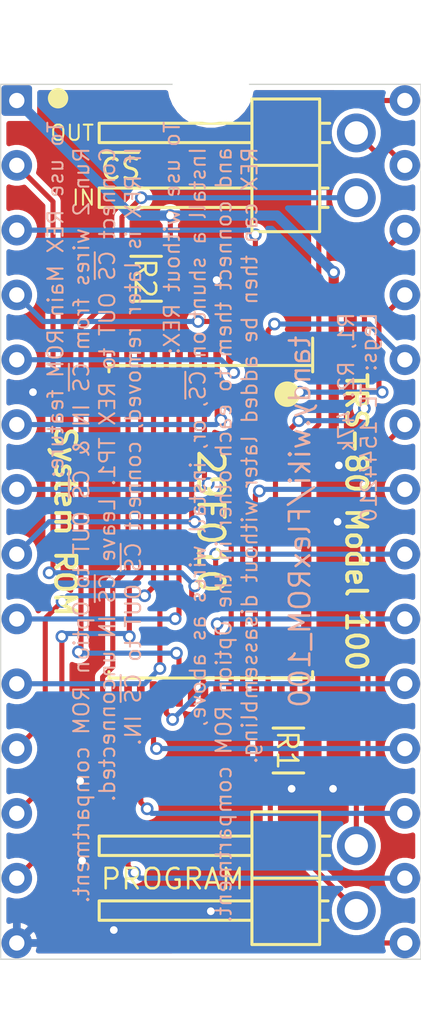
<source format=kicad_pcb>
(kicad_pcb (version 20211014) (generator pcbnew)
  (title_block (title "FlashROM_100") (date "2021-10-17") (rev "004") (company "Brian K. White - b.kenyon.w@gmail.com") (comment 1 "System ROM for TRS-80 Model 100 with support for REX main rom feature"))
  (layers (0 "F.Cu" signal) (31 "B.Cu" signal) (34 "B.Paste" user) (35 "F.Paste" user) (36 "B.SilkS" user "B.Silkscreen") (37 "F.SilkS" user "F.Silkscreen") (38 "B.Mask" user) (39 "F.Mask" user) (44 "Edge.Cuts" user))
  (net 0 "")
  (net 1 "/D3")
  (net 2 "/A10")
  (net 3 "/D4")
  (net 4 "/A7")
  (net 5 "/D5")
  (net 6 "/A6")
  (net 7 "/D6")
  (net 8 "/A5")
  (net 9 "/D7")
  (net 10 "/A4")
  (net 11 "/A11")
  (net 12 "/A3")
  (net 13 "/~{OE}")
  (net 14 "/A2")
  (net 15 "/A13")
  (net 16 "/A1")
  (net 17 "/A0")
  (net 18 "/A12")
  (net 19 "/D0")
  (net 20 "/A9")
  (net 21 "/D1")
  (net 22 "/A8")
  (net 23 "/D2")
  (net 24 "/A14")
  (net 25 "/~{WE}")
  (net 26 "VCC")
  (net 27 "GND")
  (net 28 "/ALE_~{WE}")
  (net 29 "/~{CS_BUS}")
  (net 30 "/~{CS}")
  (footprint "000_LOCAL:R_0805" (layer "F.Cu") (at 147.46 90.475)
    (fp_text reference "R2" (at -0.04 -0.02 -90 unlocked) (layer "F.SilkS") (effects (font (size 0.8 0.8) (thickness 0.1))))
    (fp_text value "47K")
    (fp_line (start 0.6 0.88) (end -0.6 0.88) (layer "F.SilkS") (width 0.12))
    (fp_line (start -0.6 -0.88) (end 0.6 -0.88) (layer "F.SilkS") (width 0.12))
    (pad "1" smd roundrect locked (at -0.95 0) (size 0.7 1.3) (layers "F.Cu" "F.Paste" "F.Mask") (roundrect_rratio 0.1) (net 30 "/~{CS}"))
    (pad "2" smd roundrect locked (at 0.95 0) (size 0.7 1.3) (layers "F.Cu" "F.Paste" "F.Mask") (roundrect_rratio 0.1) (net 26 "VCC"))
  )
  (footprint "000_LOCAL:TSOP32-14mm" (layer "F.Cu") (at 150 100 180)
    (fp_text reference "U1" hide)
    (fp_text value "29F010" (at 0 0 270 unlocked) (layer "F.SilkS"))
    (fp_line (start 4 -6.125) (end 4 -5.875) (layer "F.SilkS") (width 0.12))
    (fp_line (start -4 6.125) (end 4 6.125) (layer "F.SilkS") (width 0.12))
    (fp_line (start 4 6.125) (end 4 5.875) (layer "F.SilkS") (width 0.12))
    (fp_line (start 4 -6.125) (end -4 -6.125) (layer "F.SilkS") (width 0.12))
    (fp_line (start -4 7.2) (end -4 5.875) (layer "F.SilkS") (width 0.12))
    (fp_line (start -4 -6.125) (end -4 -5.875) (layer "F.SilkS") (width 0.12))
    (fp_circle (center -3 5) (end -2.75 5) (layer "F.SilkS") (width 0.5) (fill none))
    (pad "1" smd roundrect locked (at -3.75 6.75 180) (size 0.3 1) (layers "F.Cu" "F.Paste" "F.Mask"))
    (pad "2" smd roundrect locked (at -3.25 6.75 180) (size 0.3 1) (layers "F.Cu" "F.Paste" "F.Mask") (net 27 "GND"))
    (pad "3" smd roundrect locked (at -2.75 6.75 180) (size 0.3 1) (layers "F.Cu" "F.Paste" "F.Mask") (net 27 "GND"))
    (pad "4" smd roundrect locked (at -2.25 6.75 180) (size 0.3 1) (layers "F.Cu" "F.Paste" "F.Mask") (net 18 "/A12"))
    (pad "5" smd roundrect locked (at -1.75 6.75 180) (size 0.3 1) (layers "F.Cu" "F.Paste" "F.Mask") (net 4 "/A7"))
    (pad "6" smd roundrect locked (at -1.25 6.75 180) (size 0.3 1) (layers "F.Cu" "F.Paste" "F.Mask") (net 6 "/A6"))
    (pad "7" smd roundrect locked (at -0.75 6.75 180) (size 0.3 1) (layers "F.Cu" "F.Paste" "F.Mask") (net 8 "/A5"))
    (pad "8" smd roundrect locked (at -0.25 6.75 180) (size 0.3 1) (layers "F.Cu" "F.Paste" "F.Mask") (net 10 "/A4"))
    (pad "9" smd roundrect locked (at 0.25 6.75 180) (size 0.3 1) (layers "F.Cu" "F.Paste" "F.Mask") (net 12 "/A3"))
    (pad "10" smd roundrect locked (at 0.75 6.75 180) (size 0.3 1) (layers "F.Cu" "F.Paste" "F.Mask") (net 14 "/A2"))
    (pad "11" smd roundrect locked (at 1.25 6.75 180) (size 0.3 1) (layers "F.Cu" "F.Paste" "F.Mask") (net 16 "/A1"))
    (pad "12" smd roundrect locked (at 1.75 6.75 180) (size 0.3 1) (layers "F.Cu" "F.Paste" "F.Mask") (net 17 "/A0"))
    (pad "13" smd roundrect locked (at 2.25 6.75 180) (size 0.3 1) (layers "F.Cu" "F.Paste" "F.Mask") (net 19 "/D0"))
    (pad "14" smd roundrect locked (at 2.75 6.75 180) (size 0.3 1) (layers "F.Cu" "F.Paste" "F.Mask") (net 21 "/D1"))
    (pad "15" smd roundrect locked (at 3.25 6.75 180) (size 0.3 1) (layers "F.Cu" "F.Paste" "F.Mask") (net 23 "/D2"))
    (pad "16" smd roundrect locked (at 3.75 6.75 180) (size 0.3 1) (layers "F.Cu" "F.Paste" "F.Mask") (net 27 "GND"))
    (pad "17" smd roundrect locked (at 3.75 -6.75 180) (size 0.3 1) (layers "F.Cu" "F.Paste" "F.Mask") (net 1 "/D3"))
    (pad "18" smd roundrect locked (at 3.25 -6.75 180) (size 0.3 1) (layers "F.Cu" "F.Paste" "F.Mask") (net 3 "/D4"))
    (pad "19" smd roundrect locked (at 2.75 -6.75 180) (size 0.3 1) (layers "F.Cu" "F.Paste" "F.Mask") (net 5 "/D5"))
    (pad "20" smd roundrect locked (at 2.25 -6.75 180) (size 0.3 1) (layers "F.Cu" "F.Paste" "F.Mask") (net 7 "/D6"))
    (pad "21" smd roundrect locked (at 1.75 -6.75 180) (size 0.3 1) (layers "F.Cu" "F.Paste" "F.Mask") (net 9 "/D7"))
    (pad "22" smd roundrect locked (at 1.25 -6.75 180) (size 0.3 1) (layers "F.Cu" "F.Paste" "F.Mask") (net 30 "/~{CS}"))
    (pad "23" smd roundrect locked (at 0.75 -6.75 180) (size 0.3 1) (layers "F.Cu" "F.Paste" "F.Mask") (net 2 "/A10"))
    (pad "24" smd roundrect locked (at 0.25 -6.75 180) (size 0.3 1) (layers "F.Cu" "F.Paste" "F.Mask") (net 13 "/~{OE}"))
    (pad "25" smd roundrect locked (at -0.25 -6.75 180) (size 0.3 1) (layers "F.Cu" "F.Paste" "F.Mask") (net 11 "/A11"))
    (pad "26" smd roundrect locked (at -0.75 -6.75 180) (size 0.3 1) (layers "F.Cu" "F.Paste" "F.Mask") (net 20 "/A9"))
    (pad "27" smd roundrect locked (at -1.25 -6.75 180) (size 0.3 1) (layers "F.Cu" "F.Paste" "F.Mask") (net 22 "/A8"))
    (pad "28" smd roundrect locked (at -1.75 -6.75 180) (size 0.3 1) (layers "F.Cu" "F.Paste" "F.Mask") (net 15 "/A13"))
    (pad "29" smd roundrect locked (at -2.25 -6.75 180) (size 0.3 1) (layers "F.Cu" "F.Paste" "F.Mask") (net 24 "/A14"))
    (pad "30" smd roundrect locked (at -2.75 -6.75 180) (size 0.3 1) (layers "F.Cu" "F.Paste" "F.Mask"))
    (pad "31" smd roundrect locked (at -3.25 -6.75 180) (size 0.3 1) (layers "F.Cu" "F.Paste" "F.Mask") (net 25 "/~{WE}"))
    (pad "32" smd roundrect locked (at -3.75 -6.75 180) (size 0.3 1) (layers "F.Cu" "F.Paste" "F.Mask") (net 26 "VCC"))
  )
  (footprint "000_LOCAL:DIP28_0.6_pcb_sil_pins" (layer "F.Cu") (at 150 100)
    (fp_text reference "J1" hide)
    (fp_text value "LH535618 DIP LEGS")
    (pad "1" thru_hole roundrect locked (at -7.62 -16.51) (size 1.2 1.2) (drill 0.6) (layers *.Cu *.Mask) (roundrect_rratio 0.1) (net 26 "VCC"))
    (pad "2" thru_hole circle locked (at -7.62 -13.97) (size 1.2 1.2) (drill 0.6) (layers *.Cu *.Mask) (net 2 "/A10"))
    (pad "3" thru_hole circle locked (at -7.62 -11.43) (size 1.2 1.2) (drill 0.6) (layers *.Cu *.Mask) (net 4 "/A7"))
    (pad "4" thru_hole circle locked (at -7.62 -8.89) (size 1.2 1.2) (drill 0.6) (layers *.Cu *.Mask) (net 6 "/A6"))
    (pad "5" thru_hole circle locked (at -7.62 -6.35) (size 1.2 1.2) (drill 0.6) (layers *.Cu *.Mask) (net 8 "/A5"))
    (pad "6" thru_hole circle locked (at -7.62 -3.81) (size 1.2 1.2) (drill 0.6) (layers *.Cu *.Mask) (net 10 "/A4"))
    (pad "7" thru_hole circle locked (at -7.62 -1.27) (size 1.2 1.2) (drill 0.6) (layers *.Cu *.Mask) (net 12 "/A3"))
    (pad "8" thru_hole circle locked (at -7.62 1.27) (size 1.2 1.2) (drill 0.6) (layers *.Cu *.Mask) (net 14 "/A2"))
    (pad "9" thru_hole circle locked (at -7.62 3.81) (size 1.2 1.2) (drill 0.6) (layers *.Cu *.Mask) (net 16 "/A1"))
    (pad "10" thru_hole circle locked (at -7.62 6.35) (size 1.2 1.2) (drill 0.6) (layers *.Cu *.Mask) (net 17 "/A0"))
    (pad "11" thru_hole circle locked (at -7.62 8.89) (size 1.2 1.2) (drill 0.6) (layers *.Cu *.Mask) (net 19 "/D0"))
    (pad "12" thru_hole circle locked (at -7.62 11.43) (size 1.2 1.2) (drill 0.6) (layers *.Cu *.Mask) (net 21 "/D1"))
    (pad "13" thru_hole circle locked (at -7.62 13.97) (size 1.2 1.2) (drill 0.6) (layers *.Cu *.Mask) (net 23 "/D2"))
    (pad "14" thru_hole circle locked (at -7.62 16.51) (size 1.2 1.2) (drill 0.6) (layers *.Cu *.Mask) (net 27 "GND"))
    (pad "15" thru_hole circle locked (at 7.62 16.51) (size 1.2 1.2) (drill 0.6) (layers *.Cu *.Mask) (net 1 "/D3"))
    (pad "16" thru_hole circle locked (at 7.62 13.97) (size 1.2 1.2) (drill 0.6) (layers *.Cu *.Mask) (net 3 "/D4"))
    (pad "17" thru_hole circle locked (at 7.62 11.43) (size 1.2 1.2) (drill 0.6) (layers *.Cu *.Mask) (net 5 "/D5"))
    (pad "18" thru_hole circle locked (at 7.62 8.89) (size 1.2 1.2) (drill 0.6) (layers *.Cu *.Mask) (net 7 "/D6"))
    (pad "19" thru_hole circle locked (at 7.62 6.35) (size 1.2 1.2) (drill 0.6) (layers *.Cu *.Mask) (net 9 "/D7"))
    (pad "20" thru_hole circle locked (at 7.62 3.81) (size 1.2 1.2) (drill 0.6) (layers *.Cu *.Mask) (net 11 "/A11"))
    (pad "21" thru_hole circle locked (at 7.62 1.27) (size 1.2 1.2) (drill 0.6) (layers *.Cu *.Mask) (net 13 "/~{OE}"))
    (pad "22" thru_hole circle locked (at 7.62 -1.27) (size 1.2 1.2) (drill 0.6) (layers *.Cu *.Mask) (net 15 "/A13"))
    (pad "23" thru_hole circle locked (at 7.62 -3.81) (size 1.2 1.2) (drill 0.6) (layers *.Cu *.Mask) (net 28 "/ALE_~{WE}"))
    (pad "24" thru_hole circle locked (at 7.62 -6.35) (size 1.2 1.2) (drill 0.6) (layers *.Cu *.Mask) (net 18 "/A12"))
    (pad "25" thru_hole circle locked (at 7.62 -8.89) (size 1.2 1.2) (drill 0.6) (layers *.Cu *.Mask) (net 20 "/A9"))
    (pad "26" thru_hole circle locked (at 7.62 -11.43) (size 1.2 1.2) (drill 0.6) (layers *.Cu *.Mask) (net 22 "/A8"))
    (pad "27" thru_hole circle locked (at 7.62 -13.97) (size 1.2 1.2) (drill 0.6) (layers *.Cu *.Mask) (net 29 "/~{CS_BUS}"))
    (pad "28" thru_hole circle locked (at 7.62 -16.51) (size 1.2 1.2) (drill 0.6) (layers *.Cu *.Mask) (net 24 "/A14"))
  )
  (footprint "000_LOCAL:Pin_Header_Angled_1x02_Pitch2.54mm" (layer "F.Cu") (at 155.715 87.3 180)
    (fp_text reference "JP1" hide)
    (fp_text value "~{CS} breakout")
    (fp_line (start 4.1 -0.38) (end 10.1 -0.38) (layer "F.SilkS") (width 0.12))
    (fp_line (start 4.1 2.16) (end 10.1 2.16) (layer "F.SilkS") (width 0.12))
    (fp_line (start 10.1 0.38) (end 4.1 0.38) (layer "F.SilkS") (width 0.12))
    (fp_line (start 10.1 2.92) (end 4.1 2.92) (layer "F.SilkS") (width 0.12))
    (fp_line (start 10.1 2.16) (end 10.1 2.92) (layer "F.SilkS") (width 0.12))
    (fp_line (start 1.042929 2.16) (end 1.44 2.16) (layer "F.SilkS") (width 0.12))
    (fp_line (start 1.44 -1.33) (end 1.44 3.87) (layer "F.SilkS") (width 0.12))
    (fp_line (start 1.042929 2.92) (end 1.44 2.92) (layer "F.SilkS") (width 0.12))
    (fp_line (start 1.11 0.38) (end 1.44 0.38) (layer "F.SilkS") (width 0.12))
    (fp_line (start 1.44 3.87) (end 4.1 3.87) (layer "F.SilkS") (width 0.12))
    (fp_line (start 10.1 -0.38) (end 10.1 0.38) (layer "F.SilkS") (width 0.12))
    (fp_line (start 1.44 1.27) (end 4.1 1.27) (layer "F.SilkS") (width 0.12))
    (fp_line (start 4.1 -1.33) (end 1.44 -1.33) (layer "F.SilkS") (width 0.12))
    (fp_line (start 1.11 -0.38) (end 1.44 -0.38) (layer "F.SilkS") (width 0.12))
    (fp_line (start 4.1 3.87) (end 4.1 -1.33) (layer "F.SilkS") (width 0.12))
    (pad "1" thru_hole circle locked (at 0 0 180) (size 1.524 1.524) (drill 0.9144) (layers *.Cu *.Mask) (net 30 "/~{CS}"))
    (pad "2" thru_hole circle locked (at 0 2.54 180) (size 1.524 1.524) (drill 0.9144) (layers *.Cu *.Mask) (net 29 "/~{CS_BUS}"))
  )
  (footprint "000_LOCAL:Pin_Header_Angled_1x02_Pitch2.54mm" (layer "F.Cu") (at 155.715 115.24 180)
    (fp_text reference "JP2" hide)
    (fp_text value "Write-Enable")
    (fp_line (start 1.11 0.38) (end 1.44 0.38) (layer "F.SilkS") (width 0.12))
    (fp_line (start 1.11 -0.38) (end 1.44 -0.38) (layer "F.SilkS") (width 0.12))
    (fp_line (start 4.1 -0.38) (end 10.1 -0.38) (layer "F.SilkS") (width 0.12))
    (fp_line (start 10.1 0.38) (end 4.1 0.38) (layer "F.SilkS") (width 0.12))
    (fp_line (start 1.042929 2.16) (end 1.44 2.16) (layer "F.SilkS") (width 0.12))
    (fp_line (start 10.1 2.92) (end 4.1 2.92) (layer "F.SilkS") (width 0.12))
    (fp_line (start 4.1 3.87) (end 4.1 -1.33) (layer "F.SilkS") (width 0.12))
    (fp_line (start 1.44 1.27) (end 4.1 1.27) (layer "F.SilkS") (width 0.12))
    (fp_line (start 1.042929 2.92) (end 1.44 2.92) (layer "F.SilkS") (width 0.12))
    (fp_line (start 1.44 3.87) (end 4.1 3.87) (layer "F.SilkS") (width 0.12))
    (fp_line (start 4.1 -1.33) (end 1.44 -1.33) (layer "F.SilkS") (width 0.12))
    (fp_line (start 1.44 -1.33) (end 1.44 3.87) (layer "F.SilkS") (width 0.12))
    (fp_line (start 10.1 -0.38) (end 10.1 0.38) (layer "F.SilkS") (width 0.12))
    (fp_line (start 10.1 2.16) (end 10.1 2.92) (layer "F.SilkS") (width 0.12))
    (fp_line (start 4.1 2.16) (end 10.1 2.16) (layer "F.SilkS") (width 0.12))
    (pad "1" thru_hole circle locked (at 0 0 180) (size 1.524 1.524) (drill 0.9144) (layers *.Cu *.Mask) (net 25 "/~{WE}"))
    (pad "2" thru_hole circle locked (at 0 2.54 180) (size 1.524 1.524) (drill 0.9144) (layers *.Cu *.Mask) (net 28 "/ALE_~{WE}"))
  )
  (footprint "000_LOCAL:NPTH_3mm" (layer "F.Cu") (at 150 82.855)
    (fp_text reference "REF**" hide)
    (fp_text value "NPTH_3mm")
    (pad "" np_thru_hole circle locked (at 0 0) (size 3 3) (drill 3) (layers *.Cu *.Mask))
  )
  (footprint "000_LOCAL:R_0805" (layer "F.Cu") (at 153.048 108.9662)
    (fp_text reference "R1" (at -0.04 -0.01 -90 unlocked) (layer "F.SilkS") (effects (font (size 0.8 0.8) (thickness 0.1))))
    (fp_text value "47K" hide)
    (fp_line (start 0.6 0.88) (end -0.6 0.88) (layer "F.SilkS") (width 0.12))
    (fp_line (start -0.6 -0.88) (end 0.6 -0.88) (layer "F.SilkS") (width 0.12))
    (pad "1" smd roundrect locked (at -0.95 0) (size 0.7 1.3) (layers "F.Cu" "F.Paste" "F.Mask") (roundrect_rratio 0.1) (net 25 "/~{WE}"))
    (pad "2" smd roundrect locked (at 0.95 0) (size 0.7 1.3) (layers "F.Cu" "F.Paste" "F.Mask") (roundrect_rratio 0.1) (net 26 "VCC"))
  )
  (gr_circle (center 144 83.4) (end 144.2 83.4) (layer "F.SilkS") (width 0.4) (fill none))
  (gr_line (start 158.255 82.855) (end 158.255 117.145) (layer "Edge.Cuts") (width 0.05))
  (gr_line (start 141.745 117.145) (end 141.745 82.855) (layer "Edge.Cuts") (width 0.05))
  (gr_line (start 141.745 82.855) (end 158.255 82.855) (layer "Edge.Cuts") (width 0.05))
  (gr_line (start 141.745 117.145) (end 158.255 117.145) (layer "Edge.Cuts") (width 0.05))
  (gr_text "Legs: TE 1544210" (at 156.21 91.745 90) (layer "B.SilkS") (effects (font (size 0.6 0.6) (thickness 0.08)) (justify left mirror)))
  (gr_text "To use without REX:" (at 148.476 84.252 90) (layer "B.SilkS") (effects (font (size 0.6 0.6) (thickness 0.08)) (justify left mirror)))
  (gr_text "and connect them to each other in the Option ROM compartment." (at 150.508 85.268 90) (layer "B.SilkS") (effects (font (size 0.6 0.6) (thickness 0.08)) (justify left mirror)))
  (gr_text "Install a shunt on ~{CS}, or, install wires as above," (at 149.492 85.268 90) (layer "B.SilkS") (effects (font (size 0.6 0.6) (thickness 0.08)) (justify left mirror)))
  (gr_text "REX can then be added later without disassembling." (at 151.524 85.268 90) (layer "B.SilkS") (effects (font (size 0.6 0.6) (thickness 0.08)) (justify left mirror)))
  (gr_text "R1, R2: 47k" (at 155.321 91.745 90) (layer "B.SilkS") (effects (font (size 0.6 0.6) (thickness 0.08)) (justify left mirror)))
  (gr_text "Run 2 wires from ~{CS} IN & ~{CS} OUT to Option ROM compartment." (at 144.92 85.268 90) (layer "B.SilkS") (effects (font (size 0.6 0.6) (thickness 0.08)) (justify left mirror)))
  (gr_text "If REX is later removed, connect ~{CS} OUT to ~{CS} IN." (at 146.952 85.268 90) (layer "B.SilkS") (effects (font (size 0.6 0.6) (thickness 0.08)) (justify left mirror)))
  (gr_text "Connect ~{CS} OUT to REX TP1. Leave ~{CS} IN unconnected." (at 145.936 85.268 90) (layer "B.SilkS") (effects (font (size 0.6 0.6) (thickness 0.08)) (justify left mirror)))
  (gr_text "To use REX Main ROM feature:" (at 143.904 84.252 90) (layer "B.SilkS") (effects (font (size 0.6 0.6) (thickness 0.08)) (justify left mirror)))
  (gr_text "tandy.wiki/FlexROM_100" (at 153.5 100 90) (layer "B.SilkS") (effects (font (size 0.8 0.8) (thickness 0.1)) (justify mirror)))
  (gr_text "IN" (at 145.0086 87.2998) (layer "F.SilkS") (effects (font (size 0.6 0.6) (thickness 0.08))))
  (gr_text "OUT" (at 144.5514 84.7598) (layer "F.SilkS") (effects (font (size 0.6 0.6) (thickness 0.08))))
  (gr_text "~{CS}" (at 146.4564 86.1822) (layer "F.SilkS") (effects (font (size 0.8 0.8) (thickness 0.12))))
  (gr_text "System ROM" (at 144.285 100 -90) (layer "F.SilkS") (effects (font (size 0.8 0.8))))
  (gr_text "PROGRAM" (at 148.5 114) (layer "F.SilkS") (effects (font (size 0.8 0.8) (thickness 0.1))))
  (gr_text "TRS-80 Model 100" (at 155.715 100 -90) (layer "F.SilkS") (effects (font (size 0.8 0.8))))
  (segment (start 146.25 114.05) (end 146.25 106.75) (width 0.2) (layer "F.Cu") (net 1))
  (segment (start 148.71 116.51) (end 146.25 114.05) (width 0.2) (layer "F.Cu") (net 1))
  (segment (start 157.62 116.51) (end 148.71 116.51) (width 0.2) (layer "F.Cu") (net 1))
  (segment (start 149.3665 102.5146) (end 149.25 102.6311) (width 0.2) (layer "F.Cu") (net 2))
  (segment (start 143.8024 101.8476) (end 143.8024 87.4524) (width 0.2) (layer "F.Cu") (net 2))
  (segment (start 143.8024 87.4524) (end 142.38 86.03) (width 0.2) (layer "F.Cu") (net 2))
  (segment (start 143.65 102) (end 143.8024 101.8476) (width 0.2) (layer "F.Cu") (net 2))
  (segment (start 149.25 102.6311) (end 149.25 106.75) (width 0.2) (layer "F.Cu") (net 2))
  (via (at 149.3665 102.5146) (size 0.5) (drill 0.3) (layers "F.Cu" "B.Cu") (net 2))
  (via (at 143.65 102) (size 0.5) (drill 0.3) (layers "F.Cu" "B.Cu") (net 2))
  (segment (start 148.8519 102) (end 143.65 102) (width 0.2) (layer "B.Cu") (net 2))
  (segment (start 149.3665 102.5146) (end 148.8519 102) (width 0.2) (layer "B.Cu") (net 2))
  (segment (start 146.75 106.75) (end 146.75 113.5) (width 0.2) (layer "F.Cu") (net 3))
  (segment (start 146.75 113.5) (end 147 113.75) (width 0.2) (layer "F.Cu") (net 3))
  (via (at 147 113.75) (size 0.5) (drill 0.3) (layers "F.Cu" "B.Cu") (net 3))
  (segment (start 157.62 113.97) (end 147.22 113.97) (width 0.2) (layer "B.Cu") (net 3))
  (segment (start 147.22 113.97) (end 147 113.75) (width 0.2) (layer "B.Cu") (net 3))
  (segment (start 151.75 93.25) (end 151.75 88.75) (width 0.2) (layer "F.Cu") (net 4))
  (via (at 151.75 88.75) (size 0.5) (drill 0.3) (layers "F.Cu" "B.Cu") (net 4))
  (segment (start 151.75 88.75) (end 151.75 88.75) (width 0.18) (layer "B.Cu") (net 4))
  (segment (start 151.57 88.57) (end 151.75 88.75) (width 0.2) (layer "B.Cu") (net 4))
  (segment (start 142.38 88.57) (end 151.57 88.57) (width 0.2) (layer "B.Cu") (net 4))
  (segment (start 147.25 106.75) (end 147.25 111) (width 0.2) (layer "F.Cu") (net 5))
  (segment (start 147.25 111) (end 147.5 111.25) (width 0.2) (layer "F.Cu") (net 5))
  (via (at 147.5 111.25) (size 0.5) (drill 0.3) (layers "F.Cu" "B.Cu") (net 5))
  (segment (start 157.62 111.43) (end 147.68 111.43) (width 0.2) (layer "B.Cu") (net 5))
  (segment (start 147.68 111.43) (end 147.5 111.25) (width 0.2) (layer "B.Cu") (net 5))
  (segment (start 151.25 92.6) (end 151.25 93.25) (width 0.2) (layer "F.Cu") (net 6))
  (segment (start 150.8 92.15) (end 151.25 92.6) (width 0.2) (layer "F.Cu") (net 6))
  (segment (start 149.5 92.15) (end 150.8 92.15) (width 0.2) (layer "F.Cu") (net 6))
  (via (at 149.5 92.15) (size 0.5) (drill 0.3) (layers "F.Cu" "B.Cu") (net 6))
  (segment (start 149.5 92.15) (end 143.42 92.15) (width 0.2) (layer "B.Cu") (net 6))
  (segment (start 143.42 92.15) (end 142.38 91.11) (width 0.2) (layer "B.Cu") (net 6))
  (segment (start 147.75 108.7736) (end 147.75 106.75) (width 0.2) (layer "F.Cu") (net 7))
  (segment (start 147.8664 108.89) (end 147.75 108.7736) (width 0.2) (layer "F.Cu") (net 7))
  (via (at 147.8664 108.89) (size 0.5) (drill 0.3) (layers "F.Cu" "B.Cu") (net 7))
  (segment (start 147.8664 108.89) (end 157.62 108.89) (width 0.2) (layer "B.Cu") (net 7))
  (segment (start 150.75 94) (end 150.75 93.25) (width 0.2) (layer "F.Cu") (net 8))
  (segment (start 150.8985 94.1485) (end 150.75 94) (width 0.2) (layer "F.Cu") (net 8))
  (via (at 150.8985 94.1485) (size 0.5) (drill 0.3) (layers "F.Cu" "B.Cu") (net 8))
  (segment (start 151 94.25) (end 151 94.25) (width 0.18) (layer "B.Cu") (net 8))
  (segment (start 150.4 93.65) (end 142.38 93.65) (width 0.2) (layer "B.Cu") (net 8))
  (segment (start 150.8985 94.1485) (end 150.4 93.65) (width 0.2) (layer "B.Cu") (net 8))
  (segment (start 148.25 107.5) (end 148.5 107.75) (width 0.2) (layer "F.Cu") (net 9))
  (segment (start 148.25 106.75) (end 148.25 107.5) (width 0.2) (layer "F.Cu") (net 9))
  (via (at 148.5 107.75) (size 0.5) (drill 0.3) (layers "F.Cu" "B.Cu") (net 9))
  (segment (start 148.5 107.75) (end 148.5 107.75) (width 0.18) (layer "B.Cu") (net 9))
  (segment (start 157.62 106.35) (end 149.9 106.35) (width 0.2) (layer "B.Cu") (net 9))
  (segment (start 149.9 106.35) (end 148.5 107.75) (width 0.2) (layer "B.Cu") (net 9))
  (segment (start 150.25 95.85) (end 150.25 93.25) (width 0.2) (layer "F.Cu") (net 10))
  (segment (start 150.4 96) (end 150.25 95.85) (width 0.2) (layer "F.Cu") (net 10))
  (via (at 150.4 96) (size 0.5) (drill 0.3) (layers "F.Cu" "B.Cu") (net 10))
  (segment (start 150.4 96) (end 150.21 96.19) (width 0.2) (layer "B.Cu") (net 10))
  (segment (start 150.21 96.19) (end 142.38 96.19) (width 0.2) (layer "B.Cu") (net 10))
  (segment (start 150.25 106.75) (end 150.25 104) (width 0.2) (layer "F.Cu") (net 11))
  (via (at 150.25 104) (size 0.5) (drill 0.3) (layers "F.Cu" "B.Cu") (net 11))
  (segment (start 150.25 104) (end 150.25 104) (width 0.18) (layer "B.Cu") (net 11))
  (segment (start 150.44 103.81) (end 150.25 104) (width 0.2) (layer "B.Cu") (net 11))
  (segment (start 157.62 103.81) (end 150.44 103.81) (width 0.2) (layer "B.Cu") (net 11))
  (segment (start 149.9 98.5) (end 149.75 98.35) (width 0.2) (layer "F.Cu") (net 12))
  (segment (start 149.75 98.35) (end 149.75 93.25) (width 0.2) (layer "F.Cu") (net 12))
  (via (at 149.9 98.5) (size 0.5) (drill 0.3) (layers "F.Cu" "B.Cu") (net 12))
  (segment (start 149.67 98.73) (end 142.38 98.73) (width 0.2) (layer "B.Cu") (net 12))
  (segment (start 149.9 98.5) (end 149.67 98.73) (width 0.2) (layer "B.Cu") (net 12))
  (segment (start 150.1905 101.27) (end 150.1905 102.667) (width 0.2) (layer "F.Cu") (net 13))
  (segment (start 149.7 103.1575) (end 149.7 106.7) (width 0.2) (layer "F.Cu") (net 13))
  (segment (start 149.7 106.7) (end 149.75 106.75) (width 0.2) (layer "F.Cu") (net 13))
  (segment (start 150.1905 102.667) (end 149.7 103.1575) (width 0.2) (layer "F.Cu") (net 13))
  (via (at 150.1905 101.27) (size 0.5) (drill 0.3) (layers "F.Cu" "B.Cu") (net 13))
  (segment (start 150.1905 101.27) (end 157.62 101.27) (width 0.2) (layer "B.Cu") (net 13))
  (segment (start 149.365 100) (end 149.25 99.885) (width 0.2) (layer "F.Cu") (net 14))
  (segment (start 149.25 99.885) (end 149.25 93.25) (width 0.2) (layer "F.Cu") (net 14))
  (via (at 149.365 100) (size 0.5) (drill 0.3) (layers "F.Cu" "B.Cu") (net 14))
  (segment (start 149.365 100) (end 143.65 100) (width 0.2) (layer "B.Cu") (net 14))
  (segment (start 143.65 100) (end 142.38 101.27) (width 0.2) (layer "B.Cu") (net 14))
  (segment (start 151.905 98.7935) (end 151.75 98.9485) (width 0.2) (layer "F.Cu") (net 15))
  (segment (start 151.75 98.9485) (end 151.75 106.75) (width 0.2) (layer "F.Cu") (net 15))
  (via (at 151.905 98.7935) (size 0.5) (drill 0.3) (layers "F.Cu" "B.Cu") (net 15))
  (segment (start 151.9685 98.73) (end 157.62 98.73) (width 0.2) (layer "B.Cu") (net 15))
  (segment (start 151.905 98.7935) (end 151.9685 98.73) (width 0.2) (layer "B.Cu") (net 15))
  (segment (start 148.75 103.65) (end 148.75 93.25) (width 0.2) (layer "F.Cu") (net 16))
  (segment (start 148.6 103.8) (end 148.75 103.65) (width 0.2) (layer "F.Cu") (net 16))
  (via (at 148.6 103.8) (size 0.5) (drill 0.3) (layers "F.Cu" "B.Cu") (net 16))
  (segment (start 148.59 103.81) (end 142.38 103.81) (width 0.2) (layer "B.Cu") (net 16))
  (segment (start 148.6 103.8) (end 148.59 103.81) (width 0.18) (layer "B.Cu") (net 16))
  (segment (start 148.25 103.0835) (end 148.25 93.25) (width 0.2) (layer "F.Cu") (net 17))
  (segment (start 148 105.75) (end 148 103.3335) (width 0.2) (layer "F.Cu") (net 17))
  (segment (start 148 103.3335) (end 148.25 103.0835) (width 0.2) (layer "F.Cu") (net 17))
  (via (at 148 105.75) (size 0.5) (drill 0.3) (layers "F.Cu" "B.Cu") (net 17))
  (segment (start 148 105.75) (end 147.4 106.35) (width 0.2) (layer "B.Cu") (net 17))
  (segment (start 147.4 106.35) (end 142.38 106.35) (width 0.2) (layer "B.Cu") (net 17))
  (segment (start 152.25 93.25) (end 152.25 92.5) (width 0.2) (layer "F.Cu") (net 18))
  (segment (start 152.25 92.5) (end 152.5 92.25) (width 0.2) (layer "F.Cu") (net 18))
  (via (at 152.5 92.25) (size 0.5) (drill 0.3) (layers "F.Cu" "B.Cu") (net 18))
  (segment (start 152.5 92.25) (end 156.22 92.25) (width 0.2) (layer "B.Cu") (net 18))
  (segment (start 156.22 92.25) (end 157.62 93.65) (width 0.2) (layer "B.Cu") (net 18))
  (segment (start 147.4 102.9) (end 147.75 102.55) (width 0.2) (layer "F.Cu") (net 19))
  (segment (start 144.158 103.1242) (end 143.4976 103.7846) (width 0.2) (layer "F.Cu") (net 19))
  (segment (start 143.4976 107.7724) (end 142.38 108.89) (width 0.2) (layer "F.Cu") (net 19))
  (segment (start 143.4976 103.7846) (end 143.4976 107.7724) (width 0.2) (layer "F.Cu") (net 19))
  (segment (start 147.75 102.55) (end 147.75 93.25) (width 0.2) (layer "F.Cu") (net 19))
  (via (at 147.4 102.9) (size 0.5) (drill 0.3) (layers "F.Cu" "B.Cu") (net 19))
  (via (at 144.158 103.1242) (size 0.5) (drill 0.3) (layers "F.Cu" "B.Cu") (net 19))
  (segment (start 144.158 103.1242) (end 144.3822 102.9) (width 0.2) (layer "B.Cu") (net 19))
  (segment (start 144.3822 102.9) (end 147.4 102.9) (width 0.2) (layer "B.Cu") (net 19))
  (segment (start 150.8 106.7) (end 150.75 106.75) (width 0.2) (layer "F.Cu") (net 20))
  (segment (start 156.604 94.793) (end 156.604 92.126) (width 0.2) (layer "F.Cu") (net 20))
  (segment (start 150.8 97.6125) (end 150.8 106.7) (width 0.2) (layer "F.Cu") (net 20))
  (segment (start 156.604 92.126) (end 157.62 91.11) (width 0.2) (layer "F.Cu") (net 20))
  (segment (start 153.4925 94.92) (end 150.8 97.6125) (width 0.2) (layer "F.Cu") (net 20))
  (segment (start 156.731 94.92) (end 156.604 94.793) (width 0.2) (layer "F.Cu") (net 20))
  (via (at 153.4925 94.92) (size 0.5) (drill 0.3) (layers "F.Cu" "B.Cu") (net 20))
  (via (at 156.731 94.92) (size 0.5) (drill 0.3) (layers "F.Cu" "B.Cu") (net 20))
  (segment (start 153.4925 94.92) (end 156.731 94.92) (width 0.2) (layer "B.Cu") (net 20))
  (segment (start 144.15 104.5) (end 144.15 109.66) (width 0.2) (layer "F.Cu") (net 21))
  (segment (start 147.25 102.115) (end 147.25 93.25) (width 0.2) (layer "F.Cu") (net 21))
  (segment (start 146.8 104.5) (end 146.8 102.565) (width 0.2) (layer "F.Cu") (net 21))
  (segment (start 146.8 102.565) (end 147.25 102.115) (width 0.2) (layer "F.Cu") (net 21))
  (segment (start 144.15 109.66) (end 142.38 111.43) (width 0.2) (layer "F.Cu") (net 21))
  (via (at 144.15 104.5) (size 0.5) (drill 0.3) (layers "F.Cu" "B.Cu") (net 21))
  (via (at 146.8 104.5) (size 0.5) (drill 0.3) (layers "F.Cu" "B.Cu") (net 21))
  (segment (start 144.2685 104.3815) (end 146.6815 104.3815) (width 0.2) (layer "B.Cu") (net 21))
  (segment (start 144.15 104.5) (end 144.2685 104.3815) (width 0.2) (layer "B.Cu") (net 21))
  (segment (start 146.6815 104.3815) (end 146.8 104.5) (width 0.2) (layer "B.Cu") (net 21))
  (segment (start 151.25 98.242) (end 151.25 106.75) (width 0.2) (layer "F.Cu") (net 22))
  (segment (start 156.0325 95.555) (end 156.0325 90.1575) (width 0.2) (layer "F.Cu") (net 22))
  (segment (start 153.4544 96.0376) (end 151.25 98.242) (width 0.2) (layer "F.Cu") (net 22))
  (segment (start 156.0325 90.1575) (end 157.62 88.57) (width 0.2) (layer "F.Cu") (net 22))
  (via (at 156.0325 95.555) (size 0.5) (drill 0.3) (layers "F.Cu" "B.Cu") (net 22))
  (via (at 153.4544 96.0376) (size 0.5) (drill 0.3) (layers "F.Cu" "B.Cu") (net 22))
  (segment (start 155.5499 96.0376) (end 156.0325 95.555) (width 0.2) (layer "B.Cu") (net 22))
  (segment (start 153.4544 96.0376) (end 155.5499 96.0376) (width 0.2) (layer "B.Cu") (net 22))
  (segment (start 146.15 105.6915) (end 145.75 106.0915) (width 0.2) (layer "F.Cu") (net 23))
  (segment (start 145.75 106.0915) (end 145.75 110.6) (width 0.2) (layer "F.Cu") (net 23))
  (segment (start 145.75 110.6) (end 142.38 113.97) (width 0.2) (layer "F.Cu") (net 23))
  (segment (start 146.75 101.853) (end 146.15 102.453) (width 0.2) (layer "F.Cu") (net 23))
  (segment (start 146.75 93.25) (end 146.75 101.853) (width 0.2) (layer "F.Cu") (net 23))
  (segment (start 146.15 102.453) (end 146.15 105.6915) (width 0.2) (layer "F.Cu") (net 23))
  (segment (start 155.08 83.49) (end 154.2418 84.3282) (width 0.2) (layer "F.Cu") (net 24))
  (segment (start 157.62 83.49) (end 155.08 83.49) (width 0.2) (layer "F.Cu") (net 24))
  (segment (start 152.54 99.111) (end 152.25 99.401) (width 0.2) (layer "F.Cu") (net 24))
  (segment (start 152.54 97.8918) (end 152.54 99.111) (width 0.2) (layer "F.Cu") (net 24))
  (segment (start 152.25 99.401) (end 152.25 106.75) (width 0.2) (layer "F.Cu") (net 24))
  (segment (start 154.2418 96.19) (end 152.54 97.8918) (width 0.2) (layer "F.Cu") (net 24))
  (segment (start 154.2418 84.3282) (end 154.2418 96.19) (width 0.2) (layer "F.Cu") (net 24))
  (segment (start 153.25 107.5196) (end 152.3368 108.4328) (width 0.2) (layer "F.Cu") (net 25))
  (segment (start 152.3368 108.4328) (end 152.3368 108.9662) (width 0.2) (layer "F.Cu") (net 25))
  (segment (start 152.3368 108.9662) (end 152.3368 111.8618) (width 0.2) (layer "F.Cu") (net 25))
  (segment (start 152.098 108.9662) (end 152.3368 108.9662) (width 0.2) (layer "F.Cu") (net 25))
  (segment (start 153.25 106.75) (end 153.25 107.5196) (width 0.2) (layer "F.Cu") (net 25))
  (segment (start 152.3368 111.8618) (end 155.715 115.24) (width 0.2) (layer "F.Cu") (net 25))
  (segment (start 154.826 90.221) (end 154.826 96.4186) (width 0.4) (layer "F.Cu") (net 26))
  (segment (start 148.41 90.475) (end 148.41 88.007) (width 0.2) (layer "F.Cu") (net 26))
  (segment (start 153.75 106.75) (end 153.75 105.85) (width 0.3) (layer "F.Cu") (net 26))
  (segment (start 148.41 88.007) (end 148.4015 87.9985) (width 0.2) (layer "F.Cu") (net 26))
  (segment (start 154.826 96.4186) (end 153.75 97.4946) (width 0.4) (layer "F.Cu") (net 26))
  (segment (start 153.75 97.4946) (end 153.75 105.85) (width 0.4) (layer "F.Cu") (net 26))
  (segment (start 153.75 108.7182) (end 153.998 108.9662) (width 0.2) (layer "F.Cu") (net 26))
  (segment (start 153.75 106.75) (end 153.75 108.7182) (width 0.2) (layer "F.Cu") (net 26))
  (via (at 154.826 90.221) (size 0.5) (drill 0.3) (layers "F.Cu" "B.Cu") (net 26))
  (via (at 148.4015 87.9985) (size 0.5) (drill 0.3) (layers "F.Cu" "B.Cu") (net 26))
  (segment (start 152.6035 87.9985) (end 148.4015 87.9985) (width 0.4) (layer "B.Cu") (net 26))
  (segment (start 154.826 90.221) (end 152.6035 87.9985) (width 0.4) (layer "B.Cu") (net 26))
  (segment (start 142.38 83.49) (end 146.8885 87.9985) (width 0.4) (layer "B.Cu") (net 26))
  (segment (start 146.8885 87.9985) (end 148.4015 87.9985) (width 0.4) (layer "B.Cu") (net 26))
  (segment (start 142.38 116.51) (end 143.1928 116.51) (width 0.3) (layer "F.Cu") (net 27))
  (segment (start 142.38 116.51) (end 142.38 115.6972) (width 0.3) (layer "F.Cu") (net 27))
  (via (at 144.9454 113.2842) (size 0.5) (drill 0.3) (layers "F.Cu" "B.Cu") (net 27))
  (via (at 155.0292 97.7902) (size 0.5) (drill 0.3) (layers "F.Cu" "B.Cu") (net 27))
  (via (at 146.19 116.002) (size 0.5) (drill 0.3) (layers "F.Cu" "B.Cu") (net 27))
  (via (at 143.015 94.92) (size 0.5) (drill 0.3) (layers "F.Cu" "B.Cu") (net 27))
  (via (at 150 115.2654) (size 0.5) (drill 0.3) (layers "F.Cu" "B.Cu") (net 27))
  (via (at 153.175 110.4648) (size 0.5) (drill 0.3) (layers "F.Cu" "B.Cu") (net 27))
  (via (at 150.2286 90.5258) (size 0.5) (drill 0.3) (layers "F.Cu" "B.Cu") (net 27))
  (via (at 144.8692 110.16) (size 0.5) (drill 0.3) (layers "F.Cu" "B.Cu") (net 27))
  (via (at 154.9784 100) (size 0.5) (drill 0.3) (layers "F.Cu" "B.Cu") (net 27))
  (via (at 154.8006 110.4648) (size 0.5) (drill 0.3) (layers "F.Cu" "B.Cu") (net 27))
  (segment (start 142.38 116.51) (end 143.1928 116.51) (width 0.3) (layer "B.Cu") (net 27))
  (segment (start 142.38 116.51) (end 142.38 115.6972) (width 0.3) (layer "B.Cu") (net 27))
  (segment (start 156.1722 97.6378) (end 157.62 96.19) (width 0.2) (layer "F.Cu") (net 28))
  (segment (start 155.715 111.0236) (end 156.1722 110.5664) (width 0.2) (layer "F.Cu") (net 28))
  (segment (start 156.1722 110.5664) (end 156.1722 97.6378) (width 0.2) (layer "F.Cu") (net 28))
  (segment (start 155.715 112.7) (end 155.715 111.0236) (width 0.2) (layer "F.Cu") (net 28))
  (segment (start 155.715 84.76) (end 156.405 85.45) (width 0.2) (layer "F.Cu") (net 29))
  (segment (start 156.405 85.45) (end 157.04 85.45) (width 0.2) (layer "F.Cu") (net 29))
  (segment (start 157.04 85.45) (end 157.62 86.03) (width 0.2) (layer "F.Cu") (net 29))
  (segment (start 144.9 92.4) (end 144.9 105) (width 0.2) (layer "F.Cu") (net 30))
  (segment (start 144.9 105) (end 144.8 105.1) (width 0.2) (layer "F.Cu") (net 30))
  (segment (start 148.75 105.25) (end 148.75 106.75) (width 0.2) (layer "F.Cu") (net 30))
  (segment (start 146.51 90.475) (end 146.51 90.79) (width 0.18) (layer "F.Cu") (net 30))
  (segment (start 148.65 105.15) (end 148.75 105.25) (width 0.2) (layer "F.Cu") (net 30))
  (segment (start 146.51 90.79) (end 144.9 92.4) (width 0.2) (layer "F.Cu") (net 30))
  (segment (start 146.51 88.0595) (end 146.51 90.475) (width 0.2) (layer "F.Cu") (net 30))
  (segment (start 147.2695 87.3) (end 146.51 88.0595) (width 0.2) (layer "F.Cu") (net 30))
  (via (at 144.8 105.1) (size 0.5) (drill 0.3) (layers "F.Cu" "B.Cu") (net 30))
  (via (at 148.65 105.15) (size 0.5) (drill 0.3) (layers "F.Cu" "B.Cu") (net 30))
  (via (at 147.2695 87.3) (size 0.5) (drill 0.3) (layers "F.Cu" "B.Cu") (net 30))
  (segment (start 148.65 105.15) (end 144.85 105.15) (width 0.2) (layer "B.Cu") (net 30))
  (segment (start 147.2695 87.3) (end 155.715 87.3) (width 0.2) (layer "B.Cu") (net 30))
  (segment (start 144.85 105.15) (end 144.8 105.1) (width 0.2) (layer "B.Cu") (net 30))
  (zone (net 27) (net_name "GND") (layer "F.Cu") (connect_pads (clearance 0.2)) (min_thickness 0.2) (fill yes (thermal_gap 0.2) (thermal_bridge_width 0.3) (smoothing fillet) (radius 0.1))
    (polygon (pts (xy 158.255 117.145) (xy 141.745 117.145) (xy 141.745 82.855) (xy 158.255 82.855)))
  )
  (zone (net 27) (net_name "GND") (layer "B.Cu") (connect_pads (clearance 0.2)) (min_thickness 0.2) (fill yes (thermal_gap 0.2) (thermal_bridge_width 0.3) (smoothing fillet) (radius 0.1))
    (polygon (pts (xy 158.255 117.145) (xy 141.745 117.145) (xy 141.745 82.855) (xy 158.255 82.855)))
  )
)
</source>
